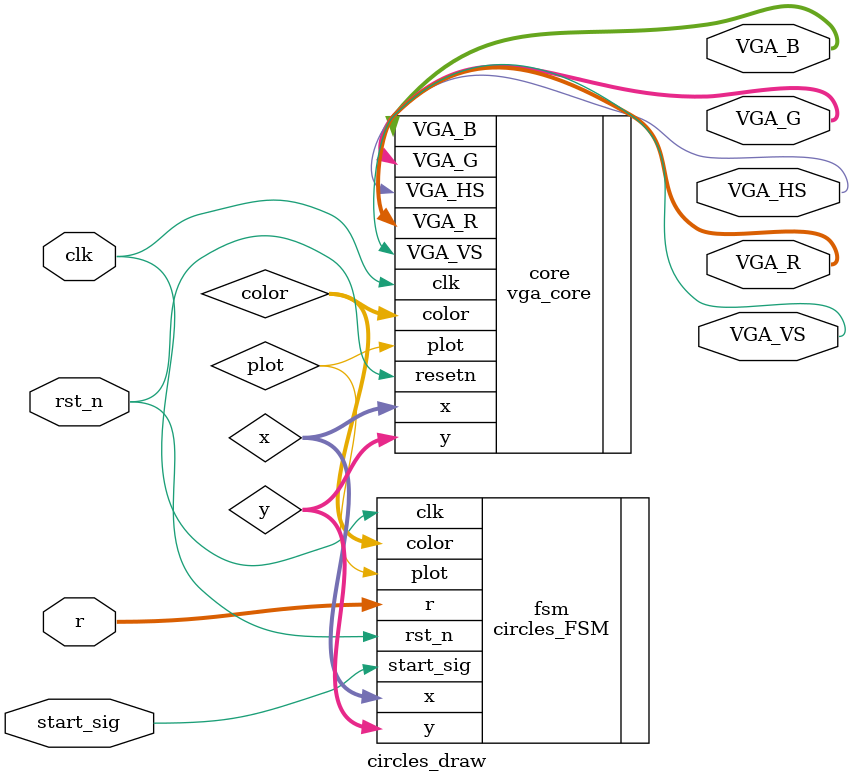
<source format=sv>
module circles_draw (
    clk,
    rst_n,
    r,
    start_sig,
    VGA_R,  // VGA red channel
    VGA_G,  // VGA green channel
    VGA_B,  // VGA blue channel
    VGA_HS,  // Horizontal sync
    VGA_VS  // Vertical sync
);

  input clk, rst_n, start_sig;
  input [5:0] r;
  output [3:0] VGA_R, VGA_G, VGA_B;
  output VGA_HS, VGA_VS;
  logic [7:0] x;
  logic [6:0] y;
  logic [2:0] color;

  logic plot;

  circles_FSM fsm (
      .clk(clk),
      .rst_n(rst_n),
      .start_sig(start_sig),
      .r(r),
      .x(x),
      .y(y),
      .plot(plot),
      .color(color)
  );

  vga_core core (
      .clk(clk),  // Clock input
      .resetn(rst_n),  // resetn signal
      .x(x),  // X-coordinate (8 bits for 160)
      .y(y),  // Y-coordinate (7 bits for 120)
      .color(color),  // Pixel color input (3 bits)
      .plot(plot),  // Write enable
      .VGA_R(VGA_R),  // VGA red channel
      .VGA_G(VGA_G),  // VGA green channel
      .VGA_B(VGA_B),  // VGA blue channel
      .VGA_HS(VGA_HS),  // Horizontal sync
      .VGA_VS(VGA_VS)  // Vertical sync
  );

endmodule

</source>
